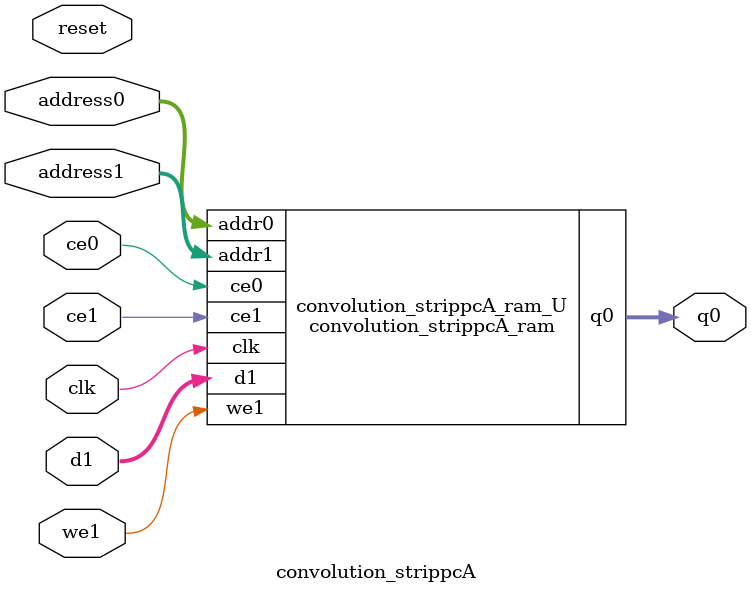
<source format=v>
`timescale 1 ns / 1 ps
module convolution_strippcA_ram (addr0, ce0, q0, addr1, ce1, d1, we1,  clk);

parameter DWIDTH = 8;
parameter AWIDTH = 12;
parameter MEM_SIZE = 3840;

input[AWIDTH-1:0] addr0;
input ce0;
output reg[DWIDTH-1:0] q0;
input[AWIDTH-1:0] addr1;
input ce1;
input[DWIDTH-1:0] d1;
input we1;
input clk;

(* ram_style = "block" *)reg [DWIDTH-1:0] ram[0:MEM_SIZE-1];




always @(posedge clk)  
begin 
    if (ce0) begin
        q0 <= ram[addr0];
    end
end


always @(posedge clk)  
begin 
    if (ce1) begin
        if (we1) 
            ram[addr1] <= d1; 
    end
end


endmodule

`timescale 1 ns / 1 ps
module convolution_strippcA(
    reset,
    clk,
    address0,
    ce0,
    q0,
    address1,
    ce1,
    we1,
    d1);

parameter DataWidth = 32'd8;
parameter AddressRange = 32'd3840;
parameter AddressWidth = 32'd12;
input reset;
input clk;
input[AddressWidth - 1:0] address0;
input ce0;
output[DataWidth - 1:0] q0;
input[AddressWidth - 1:0] address1;
input ce1;
input we1;
input[DataWidth - 1:0] d1;



convolution_strippcA_ram convolution_strippcA_ram_U(
    .clk( clk ),
    .addr0( address0 ),
    .ce0( ce0 ),
    .q0( q0 ),
    .addr1( address1 ),
    .ce1( ce1 ),
    .we1( we1 ),
    .d1( d1 ));

endmodule


</source>
